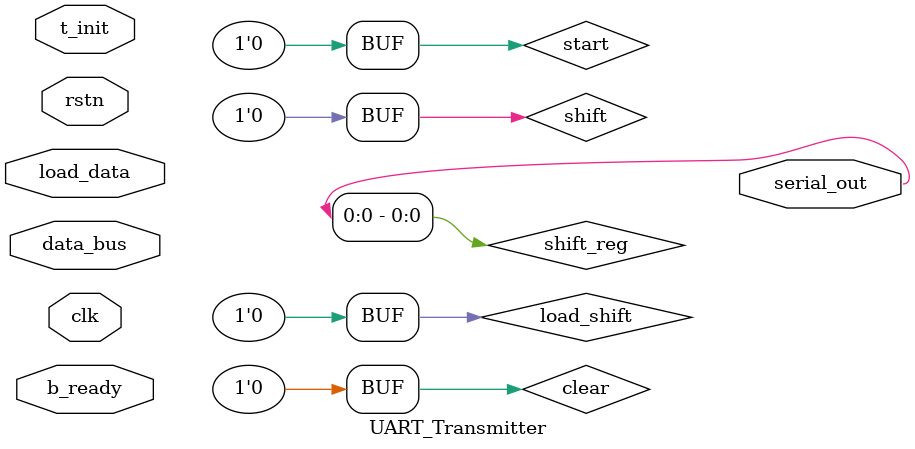
<source format=v>

module UART_Transmitter (
    output serial_out,
    input [7:0] data_bus,
    input b_ready,
    input load_data,
    input t_init,
    input clk,
    input rstn
);

parameter idle = 2'b00;
parameter waiting = 2'b01;
parameter sending = 2'b10;

reg [7:0] data_reg;
reg [8:0] shift_reg;
reg load_shift;
reg [1:0] state, next_state;
reg [3:0] bit_cnt;
reg clear;
reg shift;
reg start;

assign serial_out = shift_reg[0];

always @(*) begin
    load_shift = 0;
    clear = 0;
    shift = 0;
    start = 0;
    next_state = state;
    case(state)
        idle: begin
            // **** TODO **** //


            // ************** // 
        end
        waiting: begin
            // **** TODO **** //


            // ************** // 
        end
        sending: begin
            // **** TODO **** //


            // ************** // 
        end
        default: next_state = idle;
    endcase
end

always @(posedge clk or negedge rstn) begin
    if(!rstn) begin
        state <= idle;
    end
    else begin
        state <= next_state;
    end
end

always @(posedge clk or negedge rstn) begin
    if(!rstn) begin
        // **** TODO **** //


        // ************** // 
    end
    else begin
        // **** TODO **** //


        // ************** // 
    end
end

endmodule
</source>
